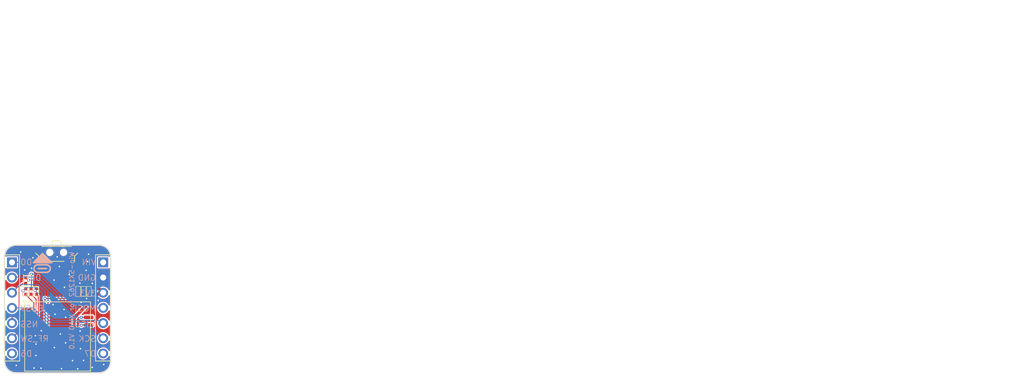
<source format=kicad_pcb>
(kicad_pcb (version 20240108) (generator "pcbnew") (generator_version "8.0")
  (layers (0 "F.Cu" signal) (31 "B.Cu" signal) (34 "B.Paste" user) (35 "F.Paste" user) (36 "B.SilkS" user "B.Silkscreen") (37 "F.SilkS" user "F.Silkscreen") (38 "B.Mask" user) (39 "F.Mask" user) (44 "Edge.Cuts" user))
  (net 0 "")
  (net 1 "/LORA_RF_SW1")
  (net 2 "/LORA_SPI_NSS")
  (net 3 "VIN")
  (net 4 "/LORA_DIO1")
  (net 5 "/LORA_RST")
  (net 6 "GND")
  (net 7 "+3V3")
  (net 8 "/LORA_BUSY")
  (net 9 "/LORA_SPI_MISO")
  (net 10 "/LORA_SPI_MOSI")
  (net 11 "/LORA_SPI_SCK")
  (net 12 "/D0")
  (net 16 "Net-(U1-MISO)")
  (net 17 "Net-(U1-MOSI)")
  (net 18 "Net-(U1-SCK)")
  (net 19 "Net-(U1-NSS)")
  (footprint "Connector:H7-2.54" (layer "F.Cu") (at 122.021598 120.90349)
    (property "Reference" "J2")
    (property "Value" "Header 1x7 2.54mm")
    (fp_line (start -1.27 -8.89) (end 1.27 -8.89) (stroke (width 0.127)) (layer "F.SilkS"))
    (fp_line (start -1.27 8.89) (end -1.27 -8.89) (stroke (width 0.127)) (layer "F.SilkS"))
    (fp_line (start 1.27 -8.89) (end 1.27 8.89) (stroke (width 0.127)) (layer "F.SilkS"))
    (fp_line (start 1.27 8.89) (end -1.27 8.89) (stroke (width 0.127)) (layer "F.SilkS"))
    (pad "1" thru_hole rect (at 0 -7.62) (size 1.651 1.651) (drill 1) (layers "*.Cu" "*.Mask") (net 3 "VIN"))
    (pad "2" thru_hole circle (at 0 -5.08) (size 1.651 1.651) (drill 1) (layers "*.Cu" "*.Mask") (net 6 "GND"))
    (pad "3" thru_hole circle (at 0 -2.54) (size 1.651 1.651) (drill 1) (layers "*.Cu" "*.Mask") (net 7 "+3V3"))
    (pad "4" thru_hole circle (at 0 0) (size 1.651 1.651) (drill 1) (layers "*.Cu" "*.Mask") (net 10 "/LORA_SPI_MOSI"))
    (pad "5" thru_hole circle (at 0 2.54) (size 1.651 1.651) (drill 1) (layers "*.Cu" "*.Mask") (net 9 "/LORA_SPI_MISO"))
    (pad "6" thru_hole circle (at 0 5.08) (size 1.651 1.651) (drill 1) (layers "*.Cu" "*.Mask") (net 11 "/LORA_SPI_SCK"))
    (pad "7" thru_hole circle (at 0 7.62) (size 1.651 1.651) (drill 1) (layers "*.Cu" "*.Mask"))
  )
  (footprint "Resistor:R0402" (layer "F.Cu") (at 110.86 118.15572 -90)
    (property "Reference" "R6")
    (property "Value" "22R")
    (fp_line (start -0.839 0.3945) (end -0.839 -0.3945) (stroke (width 0.0762)) (layer "F.SilkS"))
    (fp_line (start 0.839 0.3945) (end -0.839 0.3945) (stroke (width 0.0762)) (layer "F.SilkS"))
    (fp_line (start -0.839 -0.3945) (end 0.839 -0.3945) (stroke (width 0.0762)) (layer "F.SilkS"))
    (fp_line (start 0.839 -0.3945) (end 0.839 0.3945) (stroke (width 0.0762)) (layer "F.SilkS"))
    (pad "1" smd roundrect (at -0.4625 0 270) (size 0.5 0.5) (layers "F.Cu" "F.Paste" "F.Mask") (roundrect_rratio 0.13) (net 11 "/LORA_SPI_SCK"))
    (pad "2" smd roundrect (at 0.4625 0 270) (size 0.5 0.5) (layers "F.Cu" "F.Paste" "F.Mask") (roundrect_rratio 0.13) (net 18 "Net-(U1-SCK)"))
  )
  (footprint "Resistor:R0402" (layer "F.Cu") (at 117.84 118.15572 90)
    (property "Reference" "R2")
    (property "Value" "10K")
    (fp_line (start 0.839 -0.3945) (end 0.839 0.3945) (stroke (width 0.0762)) (layer "F.SilkS"))
    (fp_line (start -0.839 -0.3945) (end 0.839 -0.3945) (stroke (width 0.0762)) (layer "F.SilkS"))
    (fp_line (start 0.839 0.3945) (end -0.839 0.3945) (stroke (width 0.0762)) (layer "F.SilkS"))
    (fp_line (start -0.839 0.3945) (end -0.839 -0.3945) (stroke (width 0.0762)) (layer "F.SilkS"))
    (pad "1" smd roundrect (at -0.4625 0 90) (size 0.5 0.5) (layers "F.Cu" "F.Paste" "F.Mask") (roundrect_rratio 0.13) (net 12 "/D0"))
    (pad "2" smd roundrect (at 0.4625 0 90) (size 0.5 0.5) (layers "F.Cu" "F.Paste" "F.Mask") (roundrect_rratio 0.13) (net 7 "+3V3"))
  )
  (footprint "Resistor:R0402" (layer "F.Cu") (at 118.745 118.15572 90)
    (property "Reference" "R1")
    (property "Value" "10K")
    (fp_line (start 0.839 -0.3945) (end 0.839 0.3945) (stroke (width 0.0762)) (layer "F.SilkS"))
    (fp_line (start -0.839 -0.3945) (end 0.839 -0.3945) (stroke (width 0.0762)) (layer "F.SilkS"))
    (fp_line (start 0.839 0.3945) (end -0.839 0.3945) (stroke (width 0.0762)) (layer "F.SilkS"))
    (fp_line (start -0.839 0.3945) (end -0.839 -0.3945) (stroke (width 0.0762)) (layer "F.SilkS"))
    (pad "1" smd roundrect (at -0.4625 0 90) (size 0.5 0.5) (layers "F.Cu" "F.Paste" "F.Mask") (roundrect_rratio 0.13) (net 5 "/LORA_RST"))
    (pad "2" smd roundrect (at 0.4625 0 90) (size 0.5 0.5) (layers "F.Cu" "F.Paste" "F.Mask") (roundrect_rratio 0.13) (net 7 "+3V3"))
  )
  (footprint "Resistor:R0402" (layer "F.Cu") (at 109.97 118.15572 -90)
    (property "Reference" "R5")
    (property "Value" "22R")
    (fp_line (start -0.839 0.3945) (end -0.839 -0.3945) (stroke (width 0.0762)) (layer "F.SilkS"))
    (fp_line (start 0.839 0.3945) (end -0.839 0.3945) (stroke (width 0.0762)) (layer "F.SilkS"))
    (fp_line (start -0.839 -0.3945) (end 0.839 -0.3945) (stroke (width 0.0762)) (layer "F.SilkS"))
    (fp_line (start 0.839 -0.3945) (end 0.839 0.3945) (stroke (width 0.0762)) (layer "F.SilkS"))
    (pad "1" smd roundrect (at -0.4625 0 270) (size 0.5 0.5) (layers "F.Cu" "F.Paste" "F.Mask") (roundrect_rratio 0.13) (net 10 "/LORA_SPI_MOSI"))
    (pad "2" smd roundrect (at 0.4625 0 270) (size 0.5 0.5) (layers "F.Cu" "F.Paste" "F.Mask") (roundrect_rratio 0.13) (net 17 "Net-(U1-MOSI)"))
  )
  (footprint "Module:MODULE12P-1.27-11X11.6MM" (layer "F.Cu") (at 108.9016 119.885014 -90)
    (property "Reference" "U1")
    (property "Value" "Wio-SX1262")
    (fp_line (start -0.254 0.254) (end -0.254 -0.127) (stroke (width 0.127)) (layer "F.SilkS"))
    (fp_line (start 0.127 0.254) (end -0.254 0.254) (stroke (width 0.127)) (layer "F.SilkS"))
    (fp_line (start 0 0) (end 0 -11) (stroke (width 0.12)) (layer "F.SilkS"))
    (fp_line (start 11.6 0) (end 0 0) (stroke (width 0.12)) (layer "F.SilkS"))
    (fp_line (start 0 -11) (end 11.6 -11) (stroke (width 0.12)) (layer "F.SilkS"))
    (fp_line (start 11.6 -11) (end 11.6 0) (stroke (width 0.12)) (layer "F.SilkS"))
    (pad "1" smd roundrect (at 1.33 -0.3) (size 1.6 0.6) (layers "F.Cu" "F.Paste" "F.Mask") (net 1 "/LORA_RF_SW1"))
    (pad "2" smd roundrect (at 2.6 -0.3) (size 1.6 0.6) (layers "F.Cu" "F.Paste" "F.Mask") (net 16 "Net-(U1-MISO)"))
    (pad "3" smd roundrect (at 3.87 -0.3) (size 1.6 0.6) (layers "F.Cu" "F.Paste" "F.Mask") (net 17 "Net-(U1-MOSI)"))
    (pad "4" smd roundrect (at 5.14 -0.3) (size 1.6 0.6) (layers "F.Cu" "F.Paste" "F.Mask") (net 18 "Net-(U1-SCK)"))
    (pad "5" smd roundrect (at 6.41 -0.3) (size 1.6 0.6) (layers "F.Cu" "F.Paste" "F.Mask") (net 5 "/LORA_RST"))
    (pad "6" smd roundrect (at 7.68 -0.3) (size 1.6 0.6) (layers "F.Cu" "F.Paste" "F.Mask") (net 19 "Net-(U1-NSS)"))
    (pad "7" smd roundrect (at 8.95 -0.3) (size 1.6 0.6) (layers "F.Cu" "F.Paste" "F.Mask") (net 6 "GND"))
    (pad "8" smd roundrect (at 10.22 -0.3) (size 1.6 0.6) (layers "F.Cu" "F.Paste" "F.Mask") (net 7 "+3V3"))
    (pad "9" smd roundrect (at 6.41 -10.7) (size 1.6 0.6) (layers "F.Cu" "F.Paste" "F.Mask"))
    (pad "10" smd roundrect (at 5.14 -10.7) (size 1.6 0.6) (layers "F.Cu" "F.Paste" "F.Mask") (net 6 "GND"))
    (pad "11" smd roundrect (at 3.87 -10.7) (size 1.6 0.6) (layers "F.Cu" "F.Paste" "F.Mask") (net 8 "/LORA_BUSY"))
    (pad "12" smd roundrect (at 2.6 -10.7) (size 1.6 0.6) (layers "F.Cu" "F.Paste" "F.Mask") (net 4 "/LORA_DIO1"))
  )
  (footprint "Resistor:R0402" (layer "F.Cu") (at 109.07 116.32 90)
    (property "Reference" "R3")
    (property "Value" "22R")
    (fp_line (start 0.839 -0.3945) (end 0.839 0.3945) (stroke (width 0.0762)) (layer "F.SilkS"))
    (fp_line (start -0.839 -0.3945) (end 0.839 -0.3945) (stroke (width 0.0762)) (layer "F.SilkS"))
    (fp_line (start 0.839 0.3945) (end -0.839 0.3945) (stroke (width 0.0762)) (layer "F.SilkS"))
    (fp_line (start -0.839 0.3945) (end -0.839 -0.3945) (stroke (width 0.0762)) (layer "F.SilkS"))
    (pad "1" smd roundrect (at -0.4625 0 90) (size 0.5 0.5) (layers "F.Cu" "F.Paste" "F.Mask") (roundrect_rratio 0.13) (net 2 "/LORA_SPI_NSS"))
    (pad "2" smd roundrect (at 0.4625 0 90) (size 0.5 0.5) (layers "F.Cu" "F.Paste" "F.Mask") (roundrect_rratio 0.13) (net 19 "Net-(U1-NSS)"))
  )
  (footprint "Switch:SW4-SMD-7.0X3.5X3.5MM-90D" (layer "F.Cu") (at 114.25 111.61175 180)
    (property "Reference" "K1")
    (property "Value" "TS-1188E 6C81")
    (fp_line (start 3 -0.623) (end 3.5 -0.123) (stroke (width 0.127)) (layer "F.SilkS"))
    (fp_line (start 3 -1.5) (end 3 -0.623) (stroke (width 0.127)) (layer "F.SilkS"))
    (fp_line (start 2.484 1) (end 1 1) (stroke (width 0.127)) (layer "F.SilkS"))
    (fp_line (start 1 1) (end -1 1) (stroke (width 0.127)) (layer "F.SilkS"))
    (fp_line (start 0.75 1.75) (end 0.75 1.25) (stroke (width 0.127)) (layer "F.SilkS"))
    (fp_line (start 0.75 1.25) (end 1 1) (stroke (width 0.127)) (layer "F.SilkS"))
    (fp_line (start 0.5 2) (end 0.75 1.75) (stroke (width 0.127)) (layer "F.SilkS"))
    (fp_line (start -0.5 2) (end 0.5 2) (stroke (width 0.127)) (layer "F.SilkS"))
    (fp_line (start -0.75 1.75) (end -0.5 2) (stroke (width 0.127)) (layer "F.SilkS"))
    (fp_line (start -0.75 1.25) (end -0.75 1.75) (stroke (width 0.127)) (layer "F.SilkS"))
    (fp_line (start -1 1) (end -0.75 1.25) (stroke (width 0.127)) (layer "F.SilkS"))
    (fp_line (start -1.222 -1.5) (end 1.222 -1.5) (stroke (width 0.127)) (layer "F.SilkS"))
    (fp_line (start -2.484 1) (end -1 1) (stroke (width 0.127)) (layer "F.SilkS"))
    (fp_line (start -3 -0.623) (end -3 -1.5) (stroke (width 0.127)) (layer "F.SilkS"))
    (fp_line (start -3.5 -0.123) (end -3 -0.623) (stroke (width 0.127)) (layer "F.SilkS"))
    (pad "" np_thru_hole circle (at -1.15 0 180) (size 0.95 0.95) (drill 0.95) (layers "*.Cu" "*.Mask"))
    (pad "" np_thru_hole circle (at 1.15 0 180) (size 0.95 0.95) (drill 0.95) (layers "*.Cu" "*.Mask"))
    (pad "1" smd rect (at -2.159 -1.651 270) (size 1.778 1.397) (layers "F.Cu" "F.Paste" "F.Mask") (net 6 "GND"))
    (pad "2" smd rect (at 2.159 -1.651 270) (size 1.778 1.397) (layers "F.Cu" "F.Paste" "F.Mask") (net 12 "/D0"))
    (pad "3" smd rect (at -3.556 0.508 180) (size 1.778 1.016) (layers "F.Cu" "F.Paste" "F.Mask") (net 6 "GND"))
    (pad "4" smd rect (at 3.556 0.508 180) (size 1.778 1.016) (layers "F.Cu" "F.Paste" "F.Mask") (net 6 "GND"))
  )
  (footprint "Capacitor:C0402" (layer "F.Cu") (at 119.65 118.15572 -90)
    (property "Reference" "C1")
    (property "Value" "100nF")
    (fp_line (start 0.712 0.3945) (end -0.712 0.3945) (stroke (width 0.0762)) (layer "F.SilkS"))
    (fp_line (start -0.839 0.2675) (end -0.839 -0.2675) (stroke (width 0.0762)) (layer "F.SilkS"))
    (fp_line (start 0.839 -0.2675) (end 0.839 0.2675) (stroke (width 0.0762)) (layer "F.SilkS"))
    (fp_line (start -0.712 -0.3945) (end 0.712 -0.3945) (stroke (width 0.0762)) (layer "F.SilkS"))
    (fp_arc (start -0.712 0.3945) (mid -0.801803 0.357303) (end -0.839 0.2675) (stroke (width 0.0762)) (layer "F.SilkS"))
    (fp_arc (start 0.839 0.2675) (mid 0.801803 0.357303) (end 0.712 0.3945) (stroke (width 0.0762)) (layer "F.SilkS"))
    (fp_arc (start -0.839 -0.2675) (mid -0.801803 -0.357303) (end -0.712 -0.3945) (stroke (width 0.0762)) (layer "F.SilkS"))
    (fp_arc (start 0.712 -0.3945) (mid 0.801803 -0.357303) (end 0.839 -0.2675) (stroke (width 0.0762)) (layer "F.SilkS"))
    (pad "1" smd roundrect (at -0.4625 0 270) (size 0.5 0.5) (layers "F.Cu" "F.Paste" "F.Mask") (roundrect_rratio 0.13) (net 7 "+3V3"))
    (pad "2" smd roundrect (at 0.4625 0 270) (size 0.5 0.5) (layers "F.Cu" "F.Paste" "F.Mask") (roundrect_rratio 0.13) (net 6 "GND"))
  )
  (footprint "Resistor:R0402" (layer "F.Cu") (at 109.08 118.15572 -90)
    (property "Reference" "R4")
    (property "Value" "22R")
    (fp_line (start -0.839 0.3945) (end -0.839 -0.3945) (stroke (width 0.0762)) (layer "F.SilkS"))
    (fp_line (start 0.839 0.3945) (end -0.839 0.3945) (stroke (width 0.0762)) (layer "F.SilkS"))
    (fp_line (start -0.839 -0.3945) (end 0.839 -0.3945) (stroke (width 0.0762)) (layer "F.SilkS"))
    (fp_line (start 0.839 -0.3945) (end 0.839 0.3945) (stroke (width 0.0762)) (layer "F.SilkS"))
    (pad "1" smd roundrect (at -0.4625 0 270) (size 0.5 0.5) (layers "F.Cu" "F.Paste" "F.Mask") (roundrect_rratio 0.13) (net 9 "/LORA_SPI_MISO"))
    (pad "2" smd roundrect (at 0.4625 0 270) (size 0.5 0.5) (layers "F.Cu" "F.Paste" "F.Mask") (roundrect_rratio 0.13) (net 16 "Net-(U1-MISO)"))
  )
  (footprint "Connector:H7-2.54" (layer "F.Cu") (at 106.781598 120.90349)
    (property "Reference" "J1")
    (property "Value" "Header 1x7 2.54mm")
    (fp_line (start -1.27 -8.89) (end 1.27 -8.89) (stroke (width 0.127)) (layer "F.SilkS"))
    (fp_line (start -1.27 8.89) (end -1.27 -8.89) (stroke (width 0.127)) (layer "F.SilkS"))
    (fp_line (start 1.27 -8.89) (end 1.27 8.89) (stroke (width 0.127)) (layer "F.SilkS"))
    (fp_line (start 1.27 8.89) (end -1.27 8.89) (stroke (width 0.127)) (layer "F.SilkS"))
    (pad "1" thru_hole rect (at 0 -7.62) (size 1.651 1.651) (drill 1) (layers "*.Cu" "*.Mask") (net 12 "/D0"))
    (pad "2" thru_hole circle (at 0 -5.08) (size 1.651 1.651) (drill 1) (layers "*.Cu" "*.Mask") (net 4 "/LORA_DIO1"))
    (pad "3" thru_hole circle (at 0 -2.54) (size 1.651 1.651) (drill 1) (layers "*.Cu" "*.Mask") (net 5 "/LORA_RST"))
    (pad "4" thru_hole circle (at 0 0) (size 1.651 1.651) (drill 1) (layers "*.Cu" "*.Mask") (net 8 "/LORA_BUSY"))
    (pad "5" thru_hole circle (at 0 2.54) (size 1.651 1.651) (drill 1) (layers "*.Cu" "*.Mask") (net 2 "/LORA_SPI_NSS"))
    (pad "6" thru_hole circle (at 0 5.08) (size 1.651 1.651) (drill 1) (layers "*.Cu" "*.Mask") (net 1 "/LORA_RF_SW1"))
    (pad "7" thru_hole circle (at 0 7.62) (size 1.651 1.651) (drill 1) (layers "*.Cu" "*.Mask"))
  )
  (gr_arc (start 111.088 114.95) (mid 110.453 114.315) (end 111.088 113.68) (stroke (width 0.254)) (layer "B.SilkS"))
  (gr_line (start 111.1515 114.95) (end 112.5485 114.95) (stroke (width 0.254)) (layer "B.SilkS"))
  (gr_arc (start 112.5485 113.68) (mid 113.1835 114.315) (end 112.5485 114.95) (stroke (width 0.254)) (layer "B.SilkS"))
  (gr_line (start 111.1515 113.68) (end 112.5485 113.68) (stroke (width 0.254)) (layer "B.SilkS"))
  (gr_line (start 111.1515 114.315) (end 112.5485 114.315) (stroke (width 0.254)) (layer "B.SilkS"))
  (gr_arc (start 121.386598 110.36249) (mid 122.733641 110.92045) (end 123.29161 112.26749) (stroke (width 0.1016)) (layer "Edge.Cuts"))
  (gr_line (start 120.591598 110.36249) (end 108.211598 110.36249) (stroke (width 0.1016)) (layer "Edge.Cuts"))
  (gr_line (start 108.211598 110.36249) (end 107.416598 110.36249) (stroke (width 0.1016)) (layer "Edge.Cuts"))
  (gr_line (start 121.386598 110.36249) (end 120.591598 110.36249) (stroke (width 0.1016)) (layer "Edge.Cuts"))
  (gr_line (start 123.291598 129.89729) (end 123.291598 112.26749) (stroke (width 0.1016)) (layer "Edge.Cuts"))
  (gr_arc (start 105.511598 112.26749) (mid 106.069563 110.920457) (end 107.416598 110.362498) (stroke (width 0.1016)) (layer "Edge.Cuts"))
  (gr_arc (start 123.291598 129.89729) (mid 122.73364 131.244334) (end 121.386598 131.802298) (stroke (width 0.1016)) (layer "Edge.Cuts"))
  (gr_arc (start 107.416598 131.80229) (mid 106.069529 131.244333) (end 105.51151 129.89729) (stroke (width 0.1016)) (layer "Edge.Cuts"))
  (gr_line (start 107.416598 131.80229) (end 121.386598 131.80229) (stroke (width 0.1016)) (layer "Edge.Cuts"))
  (gr_line (start 105.511598 129.89729) (end 105.511598 112.26749) (stroke (width 0.1016)) (layer "Edge.Cuts"))
  (gr_text "3V3" (at 120.896888 119.07012 0) (layer "B.SilkS") (effects (font (size 1 1) (thickness 0.1)) (justify left bottom mirror)))
  (gr_text "NSS" (at 111.213839 124.223272 0) (layer "B.SilkS") (effects (font (size 1 1) (thickness 0.1)) (justify left bottom mirror)))
  (gr_text "DIO1" (at 111.737648 116.426488 0) (layer "B.SilkS") (effects (font (size 1 1) (thickness 0.1)) (justify left bottom mirror)))
  (gr_text "D7" (at 120.896888 129.152904 0) (layer "B.SilkS") (effects (font (size 1 1) (thickness 0.1)) (justify left bottom mirror)))
  (gr_text "Wio-SX1262 for XIAO V1.0\n" (at 117.2464 111.4298 90) (layer "B.SilkS") (effects (font (size 0.8 0.8) (thickness 0.1)) (justify left bottom mirror)))
  (gr_text "GND" (at 120.896888 116.426488 0) (layer "B.SilkS") (effects (font (size 1 1) (thickness 0.1)) (justify left bottom mirror)))
  (gr_text "D0" (at 110.213839 113.83264 0) (layer "B.SilkS") (effects (font (size 1 1) (thickness 0.1)) (justify left bottom mirror)))
  (gr_text "SCK" (at 120.896888 126.638304 0) (layer "B.SilkS") (effects (font (size 1 1) (thickness 0.1)) (justify left bottom mirror)))
  (gr_text "MOSI" (at 120.896888 121.58472 0) (layer "B.SilkS") (effects (font (size 1 1) (thickness 0.1)) (justify left bottom mirror)))
  (gr_text "RF_SW" (at 112.975744 126.638304 0) (layer "B.SilkS") (effects (font (size 1 1) (thickness 0.1)) (justify left bottom mirror)))
  (gr_text "VIN" (at 120.896888 113.83264 0) (layer "B.SilkS") (effects (font (size 1 1) (thickness 0.1)) (justify left bottom mirror)))
  (gr_text "D6\n" (at 110.213839 129.152904 0) (layer "B.SilkS") (effects (font (size 1 1) (thickness 0.1)) (justify left bottom mirror)))
  (gr_text "BUSY" (at 112.118601 121.58472 0) (layer "B.SilkS") (effects (font (size 1 1) (thickness 0.1)) (justify left bottom mirror)))
  (gr_text "MISO" (at 120.896888 124.223272 0) (layer "B.SilkS") (effects (font (size 1 1) (thickness 0.1)) (justify left bottom mirror)))
  (gr_text "RST" (at 110.975744 119.07012 0) (layer "B.SilkS") (effects (font (size 1 1) (thickness 0.1)) (justify left bottom mirror)))
  (segment (start 109.2016 121.215014) (end 108.754986 121.215014) (width 0.1524) (layer "F.Cu") (net 1))
  (segment (start 109.316586 121.33) (end 109.2016 121.215014) (width 0.1524) (layer "F.Cu") (net 1))
  (segment (start 107.937298 122.032702) (end 107.937298 124.82779) (width 0.1524) (layer "F.Cu") (net 1))
  (segment (start 107.937298 124.82779) (end 106.781598 125.98349) (width 0.1524) (layer "F.Cu") (net 1))
  (segment (start 108.754986 121.215014) (end 107.937298 122.032702) (width 0.1524) (layer "F.Cu") (net 1))
  (segment (start 109.0575 116.8) (end 108.57 116.8) (width 0.1524) (layer "F.Cu") (net 2))
  (segment (start 107.96 117.41) (end 107.96 121.363422) (width 0.1524) (layer "F.Cu") (net 2))
  (segment (start 106.781598 122.541824) (end 106.781598 123.44349) (width 0.1524) (layer "F.Cu") (net 2))
  (segment (start 108.57 116.8) (end 107.96 117.41) (width 0.1524) (layer "F.Cu") (net 2))
  (segment (start 107.96 121.363422) (end 106.781598 122.541824) (width 0.1524) (layer "F.Cu") (net 2))
  (segment (start 122.021598 113.284002) (end 122.021598 113.28349) (width 0.1524) (layer "F.Cu") (net 3))
  (segment (start 122.021598 113.28349) (end 122.021598 113.309398) (width 0.1524) (layer "B.Cu") (net 3))
  (segment (start 119.6016 122.485014) (end 118.374986 122.485014) (width 0.1524) (layer "F.Cu") (net 4))
  (segment (start 118.374986 122.485014) (end 118.37 122.49) (width 0.1524) (layer "F.Cu") (net 4))
  (via (at 118.37 122.49) (size 0.508) (drill 0.254) (layers "F.Cu" "B.Cu") (net 4))
  (segment (start 118.37 122.49) (end 117.86 122.49) (width 0.1524) (layer "B.Cu") (net 4))
  (segment (start 111.11 115.74) (end 106.865088 115.74) (width 0.1524) (layer "B.Cu") (net 4))
  (segment (start 117.86 122.49) (end 111.11 115.74) (width 0.1524) (layer "B.Cu") (net 4))
  (segment (start 106.865088 115.74) (end 106.781598 115.82349) (width 0.1524) (layer "B.Cu") (net 4))
  (segment (start 112.305334 119.31212) (end 112.313214 119.32) (width 0.1524) (layer "F.Cu") (net 5))
  (segment (start 111.084986 126.295014) (end 109.2016 126.295014) (width 0.1524) (layer "F.Cu") (net 5))
  (segment (start 118.04322 119.32) (end 118.745 118.61822) (width 0.1524) (layer "F.Cu") (net 5))
  (segment (start 112.313214 119.32) (end 118.04322 119.32) (width 0.1524) (layer "F.Cu") (net 5))
  (segment (start 112.305334 119.31212) (end 112.31 119.316786) (width 0.1524) (layer "F.Cu") (net 5))
  (segment (start 112.31 125.07) (end 111.084986 126.295014) (width 0.1524) (layer "F.Cu") (net 5))
  (segment (start 112.31 119.316786) (end 112.31 125.07) (width 0.1524) (layer "F.Cu") (net 5))
  (via (at 112.305334 119.31212) (size 0.508) (drill 0.254) (layers "F.Cu" "B.Cu") (net 5))
  (segment (start 108.145088 117) (end 106.781598 118.36349) (width 0.1524) (layer "B.Cu") (net 5))
  (segment (start 112.305334 119.31212) (end 112.305334 118.185334) (width 0.1524) (layer "B.Cu") (net 5))
  (segment (start 111.12 117) (end 108.145088 117) (width 0.1524) (layer "B.Cu") (net 5))
  (segment (start 112.305334 118.185334) (end 111.12 117) (width 0.1524) (layer "B.Cu") (net 5))
  (segment (start 116.69 112.5) (end 116.69 113.50999) (width 0.1524) (layer "F.Cu") (net 6))
  (via (at 115.05 131.06) (size 0.508) (drill 0.254) (layers "F.Cu" "B.Cu") (net 6))
  (via (at 110.69 125.55) (size 0.508) (drill 0.254) (layers "F.Cu" "B.Cu") (net 6))
  (via (at 113.800698 116.25449) (size 0.508) (drill 0.254) (layers "F.Cu" "B.Cu") (net 6))
  (via (at 118.23 127.73) (size 0.508) (drill 0.254) (layers "F.Cu" "B.Cu") (net 6))
  (via (at 122.11 130.37) (size 0.508) (drill 0.254) (layers "F.Cu" "B.Cu") (net 6))
  (via (at 115.55 117.45) (size 0.508) (drill 0.254) (layers "F.Cu" "B.Cu") (net 6))
  (via (at 119.425898 113.14069) (size 0.508) (drill 0.254) (layers "F.Cu" "B.Cu") (net 6))
  (via (at 114.7 113.98) (size 0.508) (drill 0.254) (layers "F.Cu" "B.Cu") (net 6))
  (via (at 110.78 128.87) (size 0.508) (drill 0.254) (layers "F.Cu" "B.Cu") (net 6))
  (via (at 120.21 116.8) (size 0.508) (drill 0.254) (layers "F.Cu" "B.Cu") (net 6))
  (via (at 116.9 129.72) (size 0.508) (drill 0.254) (layers "F.Cu" "B.Cu") (net 6))
  (via (at 115.74 126.75) (size 0.508) (drill 0.254) (layers "F.Cu" "B.Cu") (net 6))
  (via (at 117.77 131.11) (size 0.508) (drill 0.254) (layers "F.Cu" "B.Cu") (net 6))
  (via (at 111.6384 130.9954) (size 0.508) (drill 0.254) (layers "F.Cu" "B.Cu") (net 6))
  (via (at 111.68 124.71) (size 0.508) (drill 0.254) (layers "F.Cu" "B.Cu") (net 6))
  (via (at 121.18 119.65) (size 0.508) (drill 0.254) (layers "F.Cu" "B.Cu") (net 6))
  (via (at 107.4928 130.5306) (size 0.508) (drill 0.254) (layers "F.Cu" "B.Cu") (net 6))
  (via (at 115.75 122.47) (size 0.508) (drill 0.254) (layers "F.Cu" "B.Cu") (net 6))
  (via (at 118.74 129.69) (size 0.508) (drill 0.254) (layers "F.Cu" "B.Cu") (net 6))
  (via (at 110.47 130.97) (size 0.508) (drill 0.254) (layers "F.Cu" "B.Cu") (net 6))
  (via (at 119.5832 111.9124) (size 0.508) (drill 0.254) (layers "F.Cu" "B.Cu") (net 6))
  (via (at 119.16 114.61) (size 0.508) (drill 0.254) (layers "F.Cu" "B.Cu") (net 6))
  (via (at 119.24 119.34) (size 0.508) (drill 0.254) (layers "F.Cu" "B.Cu") (net 6))
  (via (at 110.06 114.26) (size 0.508) (drill 0.254) (layers "F.Cu" "B.Cu") (net 6))
  (via (at 110.79 126.96) (size 0.508) (drill 0.254) (layers "F.Cu" "B.Cu") (net 6))
  (via (at 114.34 112.36) (size 0.508) (drill 0.254) (layers "F.Cu" "B.Cu") (net 6))
  (via (at 110.28 112.51) (size 0.508) (drill 0.254) (layers "F.Cu" "B.Cu") (net 6))
  (via (at 116.34 115.3) (size 0.508) (drill 0.254) (layers "F.Cu" "B.Cu") (net 6))
  (via (at 118.13 116.75) (size 0.508) (drill 0.254) (layers "F.Cu" "B.Cu") (net 6))
  (via (at 113.97 121.96) (size 0.508) (drill 0.254) (layers "F.Cu" "B.Cu") (net 6))
  (via (at 114.85 125.27) (size 0.508) (drill 0.254) (layers "F.Cu" "B.Cu") (net 6))
  (via (at 108.8898 114.554) (size 0.508) (drill 0.254) (layers "F.Cu" "B.Cu") (net 6))
  (via (at 113.64 120.34) (size 0.508) (drill 0.254) (layers "F.Cu" "B.Cu") (net 6))
  (via (at 113.87 127.54) (size 0.508) (drill 0.254) (layers "F.Cu" "B.Cu") (net 6))
  (via (at 120.19 130.85) (size 0.508) (drill 0.254) (layers "F.Cu" "B.Cu") (net 6))
  (via (at 118.34 119.96) (size 0.508) (drill 0.254) (layers "F.Cu" "B.Cu") (net 6))
  (via (at 115.48 121.16) (size 0.508) (drill 0.254) (layers "F.Cu" "B.Cu") (net 6))
  (via (at 108.2294 111.5568) (size 0.508) (drill 0.254) (layers "F.Cu" "B.Cu") (net 6))
  (via (at 118.17 124.77) (size 0.508) (drill 0.254) (layers "F.Cu" "B.Cu") (net 6))
  (segment (start 121.36651 118.36349) (end 122.021598 118.36349) (width 0.508) (layer "F.Cu") (net 7))
  (segment (start 118.745 117.69322) (end 119.65 117.69322) (width 0.508) (layer "F.Cu") (net 7))
  (segment (start 122.021598 118.36349) (end 121.358108 117.7) (width 0.1524) (layer "F.Cu") (net 7))
  (segment (start 117.18 127.24) (end 117.18 122.55) (width 0.508) (layer "F.Cu") (net 7))
  (segment (start 121.351328 117.69322) (end 122.021598 118.36349) (width 0.508) (layer "F.Cu") (net 7))
  (segment (start 119.65 117.69322) (end 121.351328 117.69322) (width 0.508) (layer "F.Cu") (net 7))
  (segment (start 117.18 122.55) (end 121.36651 118.36349) (width 0.508) (layer "F.Cu") (net 7))
  (segment (start 117.84 117.69322) (end 118.745 117.69322) (width 0.508) (layer "F.Cu") (net 7))
  (segment (start 121.358108 117.7) (end 117.9339 117.7) (width 0.1524) (layer "F.Cu") (net 7))
  (segment (start 114.314986 130.105014) (end 117.18 127.24) (width 0.508) (layer "F.Cu") (net 7))
  (segment (start 109.2016 130.105014) (end 114.314986 130.105014) (width 0.508) (layer "F.Cu") (net 7))
  (segment (start 118.457586 123.755014) (end 119.6016 123.755014) (width 0.1524) (layer "F.Cu") (net 8))
  (segment (start 118.39 123.8226) (end 118.457586 123.755014) (width 0.1524) (layer "F.Cu") (net 8))
  (via (at 118.39 123.8226) (size 0.508) (drill 0.254) (layers "F.Cu" "B.Cu") (net 8))
  (segment (start 113.2426 123.8226) (end 110.32349 120.90349) (width 0.1524) (layer "B.Cu") (net 8))
  (segment (start 110.32349 120.90349) (end 106.781598 120.90349) (width 0.1524) (layer "B.Cu") (net 8))
  (segment (start 118.39 123.8226) (end 113.2426 123.8226) (width 0.1524) (layer "B.Cu") (net 8))
  (segment (start 106.781598 120.90349) (end 106.781598 120.888402) (width 0.1524) (layer "B.Cu") (net 8))
  (segment (start 108.978752 117.69322) (end 109.08 117.69322) (width 0.1524) (layer "F.Cu") (net 9))
  (segment (start 108.625878 118.046094) (end 108.978752 117.69322) (width 0.1524) (layer "F.Cu") (net 9))
  (via (at 108.625878 118.046094) (size 0.508) (drill 0.254) (layers "F.Cu" "B.Cu") (net 9))
  (segment (start 110.922949 117.482949) (end 111.822734 118.382734) (width 0.1524) (layer "B.Cu") (net 9))
  (segment (start 111.822734 118.382734) (end 111.822734 121.312734) (width 0.1524) (layer "B.Cu") (net 9))
  (segment (start 109.189023 117.482949) (end 110.922949 117.482949) (width 0.1524) (layer "B.Cu") (net 9))
  (segment (start 121.568108 122.99) (end 122.021598 123.44349) (width 0.1524) (layer "B.Cu") (net 9))
  (segment (start 111.822734 121.312734) (end 113.5 122.99) (width 0.1524) (layer "B.Cu") (net 9))
  (segment (start 113.5 122.99) (end 121.568108 122.99) (width 0.1524) (layer "B.Cu") (net 9))
  (segment (start 108.625878 118.046094) (end 109.189023 117.482949) (width 0.1524) (layer "B.Cu") (net 9))
  (segment (start 122.018108 120.9) (end 122.021598 120.90349) (width 0.1524) (layer "F.Cu") (net 10))
  (segment (start 109.97 117.69322) (end 109.97 117.727245) (width 0.1524) (layer "F.Cu") (net 10))
  (segment (start 110.03 117.63322) (end 109.97 117.69322) (width 0.1524) (layer "F.Cu") (net 10))
  (segment (start 110.03 115.2574) (end 110.03 117.63322) (width 0.1524) (layer "F.Cu") (net 10))
  (via (at 110.03 115.2574) (size 0.508) (drill 0.254) (layers "F.Cu" "B.Cu") (net 10))
  (segment (start 116.88349 120.90349) (end 122.021598 120.90349) (width 0.1524) (layer "B.Cu") (net 10))
  (segment (start 110.03 115.2574) (end 111.2374 115.2574) (width 0.1524) (layer "B.Cu") (net 10))
  (segment (start 111.2374 115.2574) (end 116.88349 120.90349) (width 0.1524) (layer "B.Cu") (net 10))
  (segment (start 110.618265 117.934955) (end 110.86 117.69322) (width 0.1524) (layer "F.Cu") (net 11))
  (segment (start 110.618265 117.965549) (end 110.618265 117.934955) (width 0.1524) (layer "F.Cu") (net 11))
  (via (at 110.618265 117.965549) (size 0.508) (drill 0.254) (layers "F.Cu" "B.Cu") (net 11))
  (segment (start 111.45 118.797284) (end 111.45 121.49) (width 0.1524) (layer "B.Cu") (net 11))
  (segment (start 119.368108 123.33) (end 122.021598 125.98349) (width 0.1524) (layer "B.Cu") (net 11))
  (segment (start 110.618265 117.965549) (end 111.45 118.797284) (width 0.1524) (layer "B.Cu") (net 11))
  (segment (start 111.45 121.49) (end 113.29 123.33) (width 0.1524) (layer "B.Cu") (net 11))
  (segment (start 113.29 123.33) (end 119.368108 123.33) (width 0.1524) (layer "B.Cu") (net 11))
  (segment (start 106.781598 113.28349) (end 111.96349 113.28349) (width 0.1524) (layer "F.Cu") (net 12))
  (segment (start 112.64345 113.351) (end 112.031 113.351) (width 0.1524) (layer "F.Cu") (net 12))
  (segment (start 117.51187 118.21942) (end 112.64345 113.351) (width 0.1524) (layer "F.Cu") (net 12))
  (segment (start 111.96349 113.28349) (end 112.031 113.351) (width 0.1524) (layer "F.Cu") (net 12))
  (segment (start 117.51692 118.21942) (end 117.51187 118.21942) (width 0.1524) (layer "F.Cu") (net 12))
  (segment (start 117.84 118.5425) (end 117.51692 118.21942) (width 0.1524) (layer "F.Cu") (net 12))
  (segment (start 109.221802 122.505216) (end 109.2016 122.485014) (width 0.1524) (layer "F.Cu") (net 16))
  (segment (start 109.2016 122.485014) (end 110.244986 122.485014) (width 0.1524) (layer "F.Cu") (net 16))
  (segment (start 110.44 122.29) (end 110.44 120.06) (width 0.1524) (layer "F.Cu") (net 16))
  (segment (start 110.244986 122.485014) (end 110.44 122.29) (width 0.1524) (layer "F.Cu") (net 16))
  (segment (start 110.44 120.06) (end 109.08 118.7) (width 0.1524) (layer "F.Cu") (net 16))
  (segment (start 109.08 118.7) (end 109.08 118.61822) (width 0.1524) (layer "F.Cu") (net 16))
  (segment (start 110.81 123.32) (end 110.81 119.45822) (width 0.1524) (layer "F.Cu") (net 17))
  (segment (start 110.81 119.45822) (end 109.97 118.61822) (width 0.1524) (layer "F.Cu") (net 17))
  (segment (start 109.2016 123.755014) (end 110.374986 123.755014) (width 0.1524) (layer "F.Cu") (net 17))
  (segment (start 110.374986 123.755014) (end 110.81 123.32) (width 0.1524) (layer "F.Cu") (net 17))
  (segment (start 110.474986 125.025014) (end 111.18 124.32) (width 0.1524) (layer "F.Cu") (net 18))
  (segment (start 109.2016 125.025014) (end 110.474986 125.025014) (width 0.1524) (layer "F.Cu") (net 18))
  (segment (start 109.20961 125.033024) (end 109.2016 125.025014) (width 0.1524) (layer "F.Cu") (net 18))
  (segment (start 111.18 118.93822) (end 110.86 118.61822) (width 0.1524) (layer "F.Cu") (net 18))
  (segment (start 111.18 124.32) (end 111.18 118.93822) (width 0.1524) (layer "F.Cu") (net 18))
  (segment (start 112.8 119.82) (end 112.8 126.51) (width 0.1524) (layer "F.Cu") (net 19))
  (segment (start 109.429918 116.237418) (end 109.07 115.8775) (width 0.1524) (layer "F.Cu") (net 19))
  (segment (start 109.534512 116.237418) (end 109.429918 116.237418) (width 0.1524) (layer "F.Cu") (net 19))
  (segment (start 112.8 126.51) (end 111.744986 127.565014) (width 0.1524) (layer "F.Cu") (net 19))
  (segment (start 111.744986 127.565014) (end 109.2016 127.565014) (width 0.1524) (layer "F.Cu") (net 19))
  (via (at 109.534512 116.237418) (size 0.508) (drill 0.254) (layers "F.Cu" "B.Cu") (net 19))
  (via (at 112.8 119.82) (size 0.508) (drill 0.254) (layers "F.Cu" "B.Cu") (net 19))
  (segment (start 111.007418 116.237418) (end 109.534512 116.237418) (width 0.1524) (layer "B.Cu") (net 19))
  (segment (start 112.8 118.03) (end 111.007418 116.237418) (width 0.1524) (layer "B.Cu") (net 19))
  (segment (start 112.8 119.82) (end 112.8 118.03) (width 0.1524) (layer "B.Cu") (net 19))
  (zone (net 6) (net_name "GND") (layer "F.Cu") (name "01_gnd") (priority 1) (connect_pads yes (clearance 0.2032)) (min_thickness 0.2032) (fill yes (thermal_gap 0.5) (thermal_bridge_width 0.5))
    (polygon (pts (xy 105.791 110.109) (xy 104.775 111.125) (xy 104.775 130.302) (xy 106.426 131.953) (xy 122.174 131.953) (xy 123.698 130.429) (xy 123.698 111.252) (xy 122.555 110.109)))
  )
  (zone (net 6) (net_name "GND") (layer "B.Cu") (name "01_gnd") (priority 1) (connect_pads yes (clearance 0.2032)) (min_thickness 0.2032) (fill yes (thermal_gap 0.5) (thermal_bridge_width 0.5))
    (polygon (pts (xy 105.791 110.109) (xy 104.775 111.125) (xy 104.775 130.302) (xy 106.426 131.953) (xy 122.174 131.953) (xy 123.698 130.429) (xy 123.698 111.252) (xy 122.555 110.109)))
  )
  (zone (net 0) (net_name "") (layer "B.SilkS") (connect_pads (clearance 0.2032)) (min_thickness 0.25) (fill yes (thermal_gap 0.5) (thermal_bridge_width 0.5))
    (polygon (pts (xy 111.89112 111.61612) (xy 110.05724 113.45) (xy 113.725 113.45)))
  )
)
</source>
